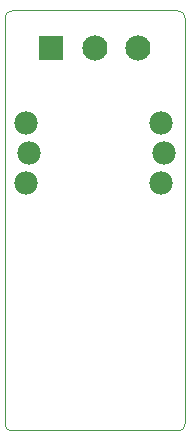
<source format=gbs>
G75*
%MOIN*%
%OFA0B0*%
%FSLAX24Y24*%
%IPPOS*%
%LPD*%
%AMOC8*
5,1,8,0,0,1.08239X$1,22.5*
%
%ADD10C,0.0000*%
%ADD11R,0.0840X0.0840*%
%ADD12C,0.0840*%
%ADD13C,0.0780*%
D10*
X003260Y003143D02*
X003260Y016643D01*
X003262Y016673D01*
X003267Y016703D01*
X003276Y016732D01*
X003289Y016759D01*
X003304Y016785D01*
X003323Y016809D01*
X003344Y016830D01*
X003368Y016849D01*
X003394Y016864D01*
X003421Y016877D01*
X003450Y016886D01*
X003480Y016891D01*
X003510Y016893D01*
X009010Y016893D01*
X009040Y016891D01*
X009070Y016886D01*
X009099Y016877D01*
X009126Y016864D01*
X009152Y016849D01*
X009176Y016830D01*
X009197Y016809D01*
X009216Y016785D01*
X009231Y016759D01*
X009244Y016732D01*
X009253Y016703D01*
X009258Y016673D01*
X009260Y016643D01*
X009260Y003143D01*
X009258Y003113D01*
X009253Y003083D01*
X009244Y003054D01*
X009231Y003027D01*
X009216Y003001D01*
X009197Y002977D01*
X009176Y002956D01*
X009152Y002937D01*
X009126Y002922D01*
X009099Y002909D01*
X009070Y002900D01*
X009040Y002895D01*
X009010Y002893D01*
X003510Y002893D01*
X003480Y002895D01*
X003450Y002900D01*
X003421Y002909D01*
X003394Y002922D01*
X003368Y002937D01*
X003344Y002956D01*
X003323Y002977D01*
X003304Y003001D01*
X003289Y003027D01*
X003276Y003054D01*
X003267Y003083D01*
X003262Y003113D01*
X003260Y003143D01*
D11*
X004815Y015643D03*
D12*
X006262Y015643D03*
X007710Y015643D03*
D13*
X008460Y013143D03*
X008560Y012143D03*
X008460Y011143D03*
X004060Y012143D03*
X003960Y011143D03*
X003960Y013143D03*
M02*

</source>
